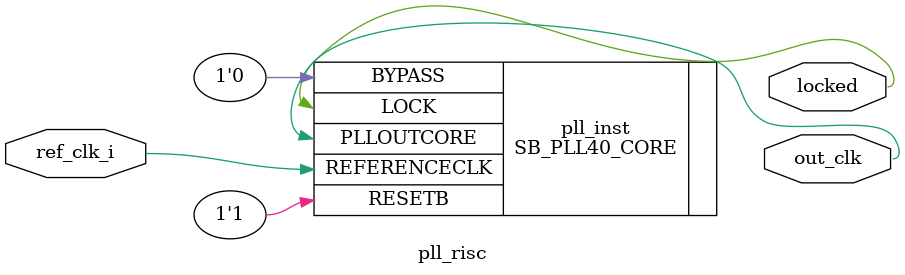
<source format=sv>
module pll_risc (
    input  wire ref_clk_i,
    output wire out_clk,
    output wire locked
);

SB_PLL40_CORE #(
    .FEEDBACK_PATH("SIMPLE"),
    .DIVR(4'd0),        // Divide by 1
    .DIVF(7'd19),       // Multiply by 64
    .DIVQ(3'd2),        // Divide by 4 â†’ 12 MHz * 64 / 4 = 192 MHz
    .FILTER_RANGE(3'd1)
) pll_inst (
    .REFERENCECLK(ref_clk_i),
    .PLLOUTCORE(out_clk),
    .LOCK(locked),
    .BYPASS(1'b0),
    .RESETB(1'b1)
);

endmodule

</source>
